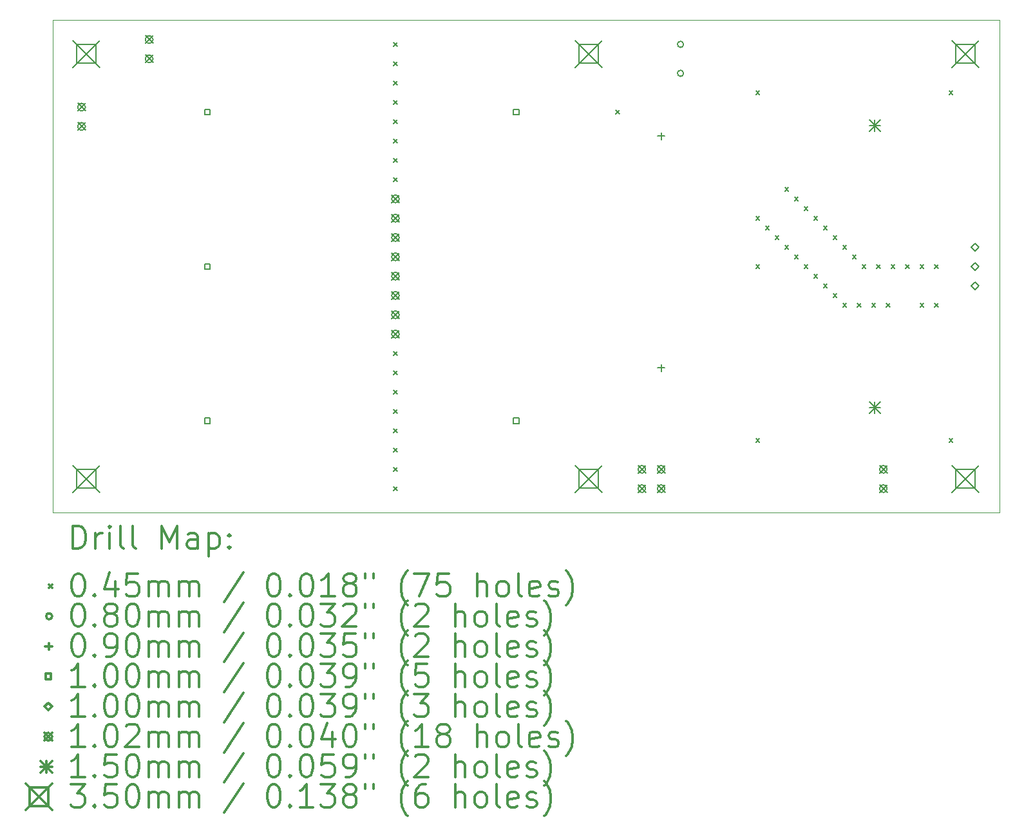
<source format=gbr>
%FSLAX45Y45*%
G04 Gerber Fmt 4.5, Leading zero omitted, Abs format (unit mm)*
G04 Created by KiCad (PCBNEW (after 2015-mar-04 BZR unknown)-product) date Mon 31 Oct 2016 03:55:28 PM CET*
%MOMM*%
G01*
G04 APERTURE LIST*
%ADD10C,0.127000*%
%ADD11C,0.100000*%
%ADD12C,0.200000*%
%ADD13C,0.300000*%
G04 APERTURE END LIST*
D10*
D11*
X5016500Y-11493500D02*
X5016500Y-5016500D01*
X17462500Y-11493500D02*
X5016500Y-11493500D01*
X17462500Y-5016500D02*
X17462500Y-11493500D01*
X5016500Y-5016500D02*
X17462500Y-5016500D01*
D12*
X9502500Y-5311500D02*
X9547500Y-5356500D01*
X9547500Y-5311500D02*
X9502500Y-5356500D01*
X9502500Y-5311500D02*
X9547500Y-5356500D01*
X9547500Y-5311500D02*
X9502500Y-5356500D01*
X9502500Y-5311500D02*
X9547500Y-5356500D01*
X9547500Y-5311500D02*
X9502500Y-5356500D01*
X9502500Y-5311500D02*
X9547500Y-5356500D01*
X9547500Y-5311500D02*
X9502500Y-5356500D01*
X9502500Y-5565500D02*
X9547500Y-5610500D01*
X9547500Y-5565500D02*
X9502500Y-5610500D01*
X9502500Y-5565500D02*
X9547500Y-5610500D01*
X9547500Y-5565500D02*
X9502500Y-5610500D01*
X9502500Y-5565500D02*
X9547500Y-5610500D01*
X9547500Y-5565500D02*
X9502500Y-5610500D01*
X9502500Y-5565500D02*
X9547500Y-5610500D01*
X9547500Y-5565500D02*
X9502500Y-5610500D01*
X9502500Y-5819500D02*
X9547500Y-5864500D01*
X9547500Y-5819500D02*
X9502500Y-5864500D01*
X9502500Y-5819500D02*
X9547500Y-5864500D01*
X9547500Y-5819500D02*
X9502500Y-5864500D01*
X9502500Y-5819500D02*
X9547500Y-5864500D01*
X9547500Y-5819500D02*
X9502500Y-5864500D01*
X9502500Y-5819500D02*
X9547500Y-5864500D01*
X9547500Y-5819500D02*
X9502500Y-5864500D01*
X9502500Y-6073500D02*
X9547500Y-6118500D01*
X9547500Y-6073500D02*
X9502500Y-6118500D01*
X9502500Y-6073500D02*
X9547500Y-6118500D01*
X9547500Y-6073500D02*
X9502500Y-6118500D01*
X9502500Y-6073500D02*
X9547500Y-6118500D01*
X9547500Y-6073500D02*
X9502500Y-6118500D01*
X9502500Y-6073500D02*
X9547500Y-6118500D01*
X9547500Y-6073500D02*
X9502500Y-6118500D01*
X9502500Y-6327500D02*
X9547500Y-6372500D01*
X9547500Y-6327500D02*
X9502500Y-6372500D01*
X9502500Y-6327500D02*
X9547500Y-6372500D01*
X9547500Y-6327500D02*
X9502500Y-6372500D01*
X9502500Y-6327500D02*
X9547500Y-6372500D01*
X9547500Y-6327500D02*
X9502500Y-6372500D01*
X9502500Y-6327500D02*
X9547500Y-6372500D01*
X9547500Y-6327500D02*
X9502500Y-6372500D01*
X9502500Y-6581500D02*
X9547500Y-6626500D01*
X9547500Y-6581500D02*
X9502500Y-6626500D01*
X9502500Y-6581500D02*
X9547500Y-6626500D01*
X9547500Y-6581500D02*
X9502500Y-6626500D01*
X9502500Y-6581500D02*
X9547500Y-6626500D01*
X9547500Y-6581500D02*
X9502500Y-6626500D01*
X9502500Y-6581500D02*
X9547500Y-6626500D01*
X9547500Y-6581500D02*
X9502500Y-6626500D01*
X9502500Y-6835500D02*
X9547500Y-6880500D01*
X9547500Y-6835500D02*
X9502500Y-6880500D01*
X9502500Y-6835500D02*
X9547500Y-6880500D01*
X9547500Y-6835500D02*
X9502500Y-6880500D01*
X9502500Y-6835500D02*
X9547500Y-6880500D01*
X9547500Y-6835500D02*
X9502500Y-6880500D01*
X9502500Y-6835500D02*
X9547500Y-6880500D01*
X9547500Y-6835500D02*
X9502500Y-6880500D01*
X9502500Y-7089500D02*
X9547500Y-7134500D01*
X9547500Y-7089500D02*
X9502500Y-7134500D01*
X9502500Y-7089500D02*
X9547500Y-7134500D01*
X9547500Y-7089500D02*
X9502500Y-7134500D01*
X9502500Y-7089500D02*
X9547500Y-7134500D01*
X9547500Y-7089500D02*
X9502500Y-7134500D01*
X9502500Y-7089500D02*
X9547500Y-7134500D01*
X9547500Y-7089500D02*
X9502500Y-7134500D01*
X9502500Y-9375500D02*
X9547500Y-9420500D01*
X9547500Y-9375500D02*
X9502500Y-9420500D01*
X9502500Y-9629500D02*
X9547500Y-9674500D01*
X9547500Y-9629500D02*
X9502500Y-9674500D01*
X9502500Y-9883500D02*
X9547500Y-9928500D01*
X9547500Y-9883500D02*
X9502500Y-9928500D01*
X9502500Y-10137500D02*
X9547500Y-10182500D01*
X9547500Y-10137500D02*
X9502500Y-10182500D01*
X9502500Y-10391500D02*
X9547500Y-10436500D01*
X9547500Y-10391500D02*
X9502500Y-10436500D01*
X9502500Y-10645500D02*
X9547500Y-10690500D01*
X9547500Y-10645500D02*
X9502500Y-10690500D01*
X9502500Y-10899500D02*
X9547500Y-10944500D01*
X9547500Y-10899500D02*
X9502500Y-10944500D01*
X9502500Y-11153500D02*
X9547500Y-11198500D01*
X9547500Y-11153500D02*
X9502500Y-11198500D01*
X12423500Y-6200500D02*
X12468500Y-6245500D01*
X12468500Y-6200500D02*
X12423500Y-6245500D01*
X14265000Y-5946500D02*
X14310000Y-5991500D01*
X14310000Y-5946500D02*
X14265000Y-5991500D01*
X14265000Y-7597500D02*
X14310000Y-7642500D01*
X14310000Y-7597500D02*
X14265000Y-7642500D01*
X14265000Y-8232500D02*
X14310000Y-8277500D01*
X14310000Y-8232500D02*
X14265000Y-8277500D01*
X14265000Y-10518500D02*
X14310000Y-10563500D01*
X14310000Y-10518500D02*
X14265000Y-10563500D01*
X14392000Y-7724500D02*
X14437000Y-7769500D01*
X14437000Y-7724500D02*
X14392000Y-7769500D01*
X14519000Y-7851500D02*
X14564000Y-7896500D01*
X14564000Y-7851500D02*
X14519000Y-7896500D01*
X14646000Y-7216500D02*
X14691000Y-7261500D01*
X14691000Y-7216500D02*
X14646000Y-7261500D01*
X14646000Y-7978500D02*
X14691000Y-8023500D01*
X14691000Y-7978500D02*
X14646000Y-8023500D01*
X14773000Y-7343500D02*
X14818000Y-7388500D01*
X14818000Y-7343500D02*
X14773000Y-7388500D01*
X14773000Y-8105500D02*
X14818000Y-8150500D01*
X14818000Y-8105500D02*
X14773000Y-8150500D01*
X14900000Y-7470500D02*
X14945000Y-7515500D01*
X14945000Y-7470500D02*
X14900000Y-7515500D01*
X14900000Y-8232500D02*
X14945000Y-8277500D01*
X14945000Y-8232500D02*
X14900000Y-8277500D01*
X15027000Y-7597500D02*
X15072000Y-7642500D01*
X15072000Y-7597500D02*
X15027000Y-7642500D01*
X15027000Y-8359500D02*
X15072000Y-8404500D01*
X15072000Y-8359500D02*
X15027000Y-8404500D01*
X15154000Y-7724500D02*
X15199000Y-7769500D01*
X15199000Y-7724500D02*
X15154000Y-7769500D01*
X15154000Y-8486500D02*
X15199000Y-8531500D01*
X15199000Y-8486500D02*
X15154000Y-8531500D01*
X15281000Y-7851500D02*
X15326000Y-7896500D01*
X15326000Y-7851500D02*
X15281000Y-7896500D01*
X15281000Y-8613500D02*
X15326000Y-8658500D01*
X15326000Y-8613500D02*
X15281000Y-8658500D01*
X15408000Y-7978500D02*
X15453000Y-8023500D01*
X15453000Y-7978500D02*
X15408000Y-8023500D01*
X15408000Y-8740500D02*
X15453000Y-8785500D01*
X15453000Y-8740500D02*
X15408000Y-8785500D01*
X15535000Y-8105500D02*
X15580000Y-8150500D01*
X15580000Y-8105500D02*
X15535000Y-8150500D01*
X15598500Y-8740500D02*
X15643500Y-8785500D01*
X15643500Y-8740500D02*
X15598500Y-8785500D01*
X15662000Y-8232500D02*
X15707000Y-8277500D01*
X15707000Y-8232500D02*
X15662000Y-8277500D01*
X15789000Y-8740500D02*
X15834000Y-8785500D01*
X15834000Y-8740500D02*
X15789000Y-8785500D01*
X15852500Y-8232500D02*
X15897500Y-8277500D01*
X15897500Y-8232500D02*
X15852500Y-8277500D01*
X15979500Y-8740500D02*
X16024500Y-8785500D01*
X16024500Y-8740500D02*
X15979500Y-8785500D01*
X16043000Y-8232500D02*
X16088000Y-8277500D01*
X16088000Y-8232500D02*
X16043000Y-8277500D01*
X16233500Y-8232500D02*
X16278500Y-8277500D01*
X16278500Y-8232500D02*
X16233500Y-8277500D01*
X16424000Y-8232500D02*
X16469000Y-8277500D01*
X16469000Y-8232500D02*
X16424000Y-8277500D01*
X16424000Y-8740500D02*
X16469000Y-8785500D01*
X16469000Y-8740500D02*
X16424000Y-8785500D01*
X16614500Y-8232500D02*
X16659500Y-8277500D01*
X16659500Y-8232500D02*
X16614500Y-8277500D01*
X16614500Y-8740500D02*
X16659500Y-8785500D01*
X16659500Y-8740500D02*
X16614500Y-8785500D01*
X16805000Y-5946500D02*
X16850000Y-5991500D01*
X16850000Y-5946500D02*
X16805000Y-5991500D01*
X16805000Y-10518500D02*
X16850000Y-10563500D01*
X16850000Y-10518500D02*
X16805000Y-10563500D01*
X13311505Y-5334000D02*
G75*
G03X13311505Y-5334000I-40005J0D01*
G01*
X13311505Y-5715000D02*
G75*
G03X13311505Y-5715000I-40005J0D01*
G01*
X13017500Y-6495500D02*
X13017500Y-6585500D01*
X12972500Y-6540500D02*
X13062500Y-6540500D01*
X13017500Y-9543500D02*
X13017500Y-9633500D01*
X12972500Y-9588500D02*
X13062500Y-9588500D01*
X7085856Y-6260356D02*
X7085856Y-6189644D01*
X7015144Y-6189644D01*
X7015144Y-6260356D01*
X7085856Y-6260356D01*
X7085856Y-8290356D02*
X7085856Y-8219644D01*
X7015144Y-8219644D01*
X7015144Y-8290356D01*
X7085856Y-8290356D01*
X7085856Y-10320356D02*
X7085856Y-10249644D01*
X7015144Y-10249644D01*
X7015144Y-10320356D01*
X7085856Y-10320356D01*
X11145856Y-6260356D02*
X11145856Y-6189644D01*
X11075144Y-6189644D01*
X11075144Y-6260356D01*
X11145856Y-6260356D01*
X11145856Y-10320356D02*
X11145856Y-10249644D01*
X11075144Y-10249644D01*
X11075144Y-10320356D01*
X11145856Y-10320356D01*
X17145000Y-8051038D02*
X17195038Y-8001000D01*
X17145000Y-7950962D01*
X17094962Y-8001000D01*
X17145000Y-8051038D01*
X17145000Y-8305038D02*
X17195038Y-8255000D01*
X17145000Y-8204962D01*
X17094962Y-8255000D01*
X17145000Y-8305038D01*
X17145000Y-8559038D02*
X17195038Y-8509000D01*
X17145000Y-8458962D01*
X17094962Y-8509000D01*
X17145000Y-8559038D01*
X5346700Y-6108700D02*
X5448300Y-6210300D01*
X5448300Y-6108700D02*
X5346700Y-6210300D01*
X5448300Y-6159500D02*
G75*
G03X5448300Y-6159500I-50800J0D01*
G01*
X5346700Y-6362700D02*
X5448300Y-6464300D01*
X5448300Y-6362700D02*
X5346700Y-6464300D01*
X5448300Y-6413500D02*
G75*
G03X5448300Y-6413500I-50800J0D01*
G01*
X6235700Y-5219700D02*
X6337300Y-5321300D01*
X6337300Y-5219700D02*
X6235700Y-5321300D01*
X6337300Y-5270500D02*
G75*
G03X6337300Y-5270500I-50800J0D01*
G01*
X6235700Y-5473700D02*
X6337300Y-5575300D01*
X6337300Y-5473700D02*
X6235700Y-5575300D01*
X6337300Y-5524500D02*
G75*
G03X6337300Y-5524500I-50800J0D01*
G01*
X9474200Y-7315200D02*
X9575800Y-7416800D01*
X9575800Y-7315200D02*
X9474200Y-7416800D01*
X9575800Y-7366000D02*
G75*
G03X9575800Y-7366000I-50800J0D01*
G01*
X9474200Y-7569200D02*
X9575800Y-7670800D01*
X9575800Y-7569200D02*
X9474200Y-7670800D01*
X9575800Y-7620000D02*
G75*
G03X9575800Y-7620000I-50800J0D01*
G01*
X9474200Y-7823200D02*
X9575800Y-7924800D01*
X9575800Y-7823200D02*
X9474200Y-7924800D01*
X9575800Y-7874000D02*
G75*
G03X9575800Y-7874000I-50800J0D01*
G01*
X9474200Y-8077200D02*
X9575800Y-8178800D01*
X9575800Y-8077200D02*
X9474200Y-8178800D01*
X9575800Y-8128000D02*
G75*
G03X9575800Y-8128000I-50800J0D01*
G01*
X9474200Y-8331200D02*
X9575800Y-8432800D01*
X9575800Y-8331200D02*
X9474200Y-8432800D01*
X9575800Y-8382000D02*
G75*
G03X9575800Y-8382000I-50800J0D01*
G01*
X9474200Y-8585200D02*
X9575800Y-8686800D01*
X9575800Y-8585200D02*
X9474200Y-8686800D01*
X9575800Y-8636000D02*
G75*
G03X9575800Y-8636000I-50800J0D01*
G01*
X9474200Y-8839200D02*
X9575800Y-8940800D01*
X9575800Y-8839200D02*
X9474200Y-8940800D01*
X9575800Y-8890000D02*
G75*
G03X9575800Y-8890000I-50800J0D01*
G01*
X9474200Y-9093200D02*
X9575800Y-9194800D01*
X9575800Y-9093200D02*
X9474200Y-9194800D01*
X9575800Y-9144000D02*
G75*
G03X9575800Y-9144000I-50800J0D01*
G01*
X12712700Y-10871200D02*
X12814300Y-10972800D01*
X12814300Y-10871200D02*
X12712700Y-10972800D01*
X12814300Y-10922000D02*
G75*
G03X12814300Y-10922000I-50800J0D01*
G01*
X12712700Y-11125200D02*
X12814300Y-11226800D01*
X12814300Y-11125200D02*
X12712700Y-11226800D01*
X12814300Y-11176000D02*
G75*
G03X12814300Y-11176000I-50800J0D01*
G01*
X12966700Y-10871200D02*
X13068300Y-10972800D01*
X13068300Y-10871200D02*
X12966700Y-10972800D01*
X13068300Y-10922000D02*
G75*
G03X13068300Y-10922000I-50800J0D01*
G01*
X12966700Y-11125200D02*
X13068300Y-11226800D01*
X13068300Y-11125200D02*
X12966700Y-11226800D01*
X13068300Y-11176000D02*
G75*
G03X13068300Y-11176000I-50800J0D01*
G01*
X15887700Y-10871200D02*
X15989300Y-10972800D01*
X15989300Y-10871200D02*
X15887700Y-10972800D01*
X15989300Y-10922000D02*
G75*
G03X15989300Y-10922000I-50800J0D01*
G01*
X15887700Y-11125200D02*
X15989300Y-11226800D01*
X15989300Y-11125200D02*
X15887700Y-11226800D01*
X15989300Y-11176000D02*
G75*
G03X15989300Y-11176000I-50800J0D01*
G01*
X15752500Y-6325000D02*
X15902500Y-6475000D01*
X15902500Y-6325000D02*
X15752500Y-6475000D01*
X15827500Y-6325000D02*
X15827500Y-6475000D01*
X15752500Y-6400000D02*
X15902500Y-6400000D01*
X15752500Y-10035000D02*
X15902500Y-10185000D01*
X15902500Y-10035000D02*
X15752500Y-10185000D01*
X15827500Y-10035000D02*
X15827500Y-10185000D01*
X15752500Y-10110000D02*
X15902500Y-10110000D01*
X5285994Y-5285994D02*
X5636006Y-5636006D01*
X5636006Y-5285994D02*
X5285994Y-5636006D01*
X5584749Y-5584749D02*
X5584749Y-5337251D01*
X5337251Y-5337251D01*
X5337251Y-5584749D01*
X5584749Y-5584749D01*
X5285994Y-10873994D02*
X5636006Y-11224006D01*
X5636006Y-10873994D02*
X5285994Y-11224006D01*
X5584749Y-11172749D02*
X5584749Y-10925251D01*
X5337251Y-10925251D01*
X5337251Y-11172749D01*
X5584749Y-11172749D01*
X11889994Y-5285994D02*
X12240006Y-5636006D01*
X12240006Y-5285994D02*
X11889994Y-5636006D01*
X12188749Y-5584749D02*
X12188749Y-5337251D01*
X11941251Y-5337251D01*
X11941251Y-5584749D01*
X12188749Y-5584749D01*
X11889994Y-10873994D02*
X12240006Y-11224006D01*
X12240006Y-10873994D02*
X11889994Y-11224006D01*
X12188749Y-11172749D02*
X12188749Y-10925251D01*
X11941251Y-10925251D01*
X11941251Y-11172749D01*
X12188749Y-11172749D01*
X16842994Y-5285994D02*
X17193006Y-5636006D01*
X17193006Y-5285994D02*
X16842994Y-5636006D01*
X17141749Y-5584749D02*
X17141749Y-5337251D01*
X16894251Y-5337251D01*
X16894251Y-5584749D01*
X17141749Y-5584749D01*
X16842994Y-10873994D02*
X17193006Y-11224006D01*
X17193006Y-10873994D02*
X16842994Y-11224006D01*
X17141749Y-11172749D02*
X17141749Y-10925251D01*
X16894251Y-10925251D01*
X16894251Y-11172749D01*
X17141749Y-11172749D01*
D13*
X5282929Y-11964214D02*
X5282929Y-11664214D01*
X5354357Y-11664214D01*
X5397214Y-11678500D01*
X5425786Y-11707071D01*
X5440071Y-11735643D01*
X5454357Y-11792786D01*
X5454357Y-11835643D01*
X5440071Y-11892786D01*
X5425786Y-11921357D01*
X5397214Y-11949929D01*
X5354357Y-11964214D01*
X5282929Y-11964214D01*
X5582929Y-11964214D02*
X5582929Y-11764214D01*
X5582929Y-11821357D02*
X5597214Y-11792786D01*
X5611500Y-11778500D01*
X5640071Y-11764214D01*
X5668643Y-11764214D01*
X5768643Y-11964214D02*
X5768643Y-11764214D01*
X5768643Y-11664214D02*
X5754357Y-11678500D01*
X5768643Y-11692786D01*
X5782928Y-11678500D01*
X5768643Y-11664214D01*
X5768643Y-11692786D01*
X5954357Y-11964214D02*
X5925786Y-11949929D01*
X5911500Y-11921357D01*
X5911500Y-11664214D01*
X6111500Y-11964214D02*
X6082928Y-11949929D01*
X6068643Y-11921357D01*
X6068643Y-11664214D01*
X6454357Y-11964214D02*
X6454357Y-11664214D01*
X6554357Y-11878500D01*
X6654357Y-11664214D01*
X6654357Y-11964214D01*
X6925786Y-11964214D02*
X6925786Y-11807071D01*
X6911500Y-11778500D01*
X6882928Y-11764214D01*
X6825786Y-11764214D01*
X6797214Y-11778500D01*
X6925786Y-11949929D02*
X6897214Y-11964214D01*
X6825786Y-11964214D01*
X6797214Y-11949929D01*
X6782928Y-11921357D01*
X6782928Y-11892786D01*
X6797214Y-11864214D01*
X6825786Y-11849929D01*
X6897214Y-11849929D01*
X6925786Y-11835643D01*
X7068643Y-11764214D02*
X7068643Y-12064214D01*
X7068643Y-11778500D02*
X7097214Y-11764214D01*
X7154357Y-11764214D01*
X7182928Y-11778500D01*
X7197214Y-11792786D01*
X7211500Y-11821357D01*
X7211500Y-11907071D01*
X7197214Y-11935643D01*
X7182928Y-11949929D01*
X7154357Y-11964214D01*
X7097214Y-11964214D01*
X7068643Y-11949929D01*
X7340071Y-11935643D02*
X7354357Y-11949929D01*
X7340071Y-11964214D01*
X7325786Y-11949929D01*
X7340071Y-11935643D01*
X7340071Y-11964214D01*
X7340071Y-11778500D02*
X7354357Y-11792786D01*
X7340071Y-11807071D01*
X7325786Y-11792786D01*
X7340071Y-11778500D01*
X7340071Y-11807071D01*
X4966500Y-12436000D02*
X5011500Y-12481000D01*
X5011500Y-12436000D02*
X4966500Y-12481000D01*
X5340071Y-12294214D02*
X5368643Y-12294214D01*
X5397214Y-12308500D01*
X5411500Y-12322786D01*
X5425786Y-12351357D01*
X5440071Y-12408500D01*
X5440071Y-12479929D01*
X5425786Y-12537071D01*
X5411500Y-12565643D01*
X5397214Y-12579929D01*
X5368643Y-12594214D01*
X5340071Y-12594214D01*
X5311500Y-12579929D01*
X5297214Y-12565643D01*
X5282929Y-12537071D01*
X5268643Y-12479929D01*
X5268643Y-12408500D01*
X5282929Y-12351357D01*
X5297214Y-12322786D01*
X5311500Y-12308500D01*
X5340071Y-12294214D01*
X5568643Y-12565643D02*
X5582929Y-12579929D01*
X5568643Y-12594214D01*
X5554357Y-12579929D01*
X5568643Y-12565643D01*
X5568643Y-12594214D01*
X5840071Y-12394214D02*
X5840071Y-12594214D01*
X5768643Y-12279929D02*
X5697214Y-12494214D01*
X5882928Y-12494214D01*
X6140071Y-12294214D02*
X5997214Y-12294214D01*
X5982928Y-12437071D01*
X5997214Y-12422786D01*
X6025786Y-12408500D01*
X6097214Y-12408500D01*
X6125786Y-12422786D01*
X6140071Y-12437071D01*
X6154357Y-12465643D01*
X6154357Y-12537071D01*
X6140071Y-12565643D01*
X6125786Y-12579929D01*
X6097214Y-12594214D01*
X6025786Y-12594214D01*
X5997214Y-12579929D01*
X5982928Y-12565643D01*
X6282928Y-12594214D02*
X6282928Y-12394214D01*
X6282928Y-12422786D02*
X6297214Y-12408500D01*
X6325786Y-12394214D01*
X6368643Y-12394214D01*
X6397214Y-12408500D01*
X6411500Y-12437071D01*
X6411500Y-12594214D01*
X6411500Y-12437071D02*
X6425786Y-12408500D01*
X6454357Y-12394214D01*
X6497214Y-12394214D01*
X6525786Y-12408500D01*
X6540071Y-12437071D01*
X6540071Y-12594214D01*
X6682928Y-12594214D02*
X6682928Y-12394214D01*
X6682928Y-12422786D02*
X6697214Y-12408500D01*
X6725786Y-12394214D01*
X6768643Y-12394214D01*
X6797214Y-12408500D01*
X6811500Y-12437071D01*
X6811500Y-12594214D01*
X6811500Y-12437071D02*
X6825786Y-12408500D01*
X6854357Y-12394214D01*
X6897214Y-12394214D01*
X6925786Y-12408500D01*
X6940071Y-12437071D01*
X6940071Y-12594214D01*
X7525786Y-12279929D02*
X7268643Y-12665643D01*
X7911500Y-12294214D02*
X7940071Y-12294214D01*
X7968643Y-12308500D01*
X7982928Y-12322786D01*
X7997214Y-12351357D01*
X8011500Y-12408500D01*
X8011500Y-12479929D01*
X7997214Y-12537071D01*
X7982928Y-12565643D01*
X7968643Y-12579929D01*
X7940071Y-12594214D01*
X7911500Y-12594214D01*
X7882928Y-12579929D01*
X7868643Y-12565643D01*
X7854357Y-12537071D01*
X7840071Y-12479929D01*
X7840071Y-12408500D01*
X7854357Y-12351357D01*
X7868643Y-12322786D01*
X7882928Y-12308500D01*
X7911500Y-12294214D01*
X8140071Y-12565643D02*
X8154357Y-12579929D01*
X8140071Y-12594214D01*
X8125786Y-12579929D01*
X8140071Y-12565643D01*
X8140071Y-12594214D01*
X8340071Y-12294214D02*
X8368643Y-12294214D01*
X8397214Y-12308500D01*
X8411500Y-12322786D01*
X8425786Y-12351357D01*
X8440071Y-12408500D01*
X8440071Y-12479929D01*
X8425786Y-12537071D01*
X8411500Y-12565643D01*
X8397214Y-12579929D01*
X8368643Y-12594214D01*
X8340071Y-12594214D01*
X8311500Y-12579929D01*
X8297214Y-12565643D01*
X8282928Y-12537071D01*
X8268643Y-12479929D01*
X8268643Y-12408500D01*
X8282928Y-12351357D01*
X8297214Y-12322786D01*
X8311500Y-12308500D01*
X8340071Y-12294214D01*
X8725786Y-12594214D02*
X8554357Y-12594214D01*
X8640071Y-12594214D02*
X8640071Y-12294214D01*
X8611500Y-12337071D01*
X8582928Y-12365643D01*
X8554357Y-12379929D01*
X8897214Y-12422786D02*
X8868643Y-12408500D01*
X8854357Y-12394214D01*
X8840071Y-12365643D01*
X8840071Y-12351357D01*
X8854357Y-12322786D01*
X8868643Y-12308500D01*
X8897214Y-12294214D01*
X8954357Y-12294214D01*
X8982928Y-12308500D01*
X8997214Y-12322786D01*
X9011500Y-12351357D01*
X9011500Y-12365643D01*
X8997214Y-12394214D01*
X8982928Y-12408500D01*
X8954357Y-12422786D01*
X8897214Y-12422786D01*
X8868643Y-12437071D01*
X8854357Y-12451357D01*
X8840071Y-12479929D01*
X8840071Y-12537071D01*
X8854357Y-12565643D01*
X8868643Y-12579929D01*
X8897214Y-12594214D01*
X8954357Y-12594214D01*
X8982928Y-12579929D01*
X8997214Y-12565643D01*
X9011500Y-12537071D01*
X9011500Y-12479929D01*
X8997214Y-12451357D01*
X8982928Y-12437071D01*
X8954357Y-12422786D01*
X9125786Y-12294214D02*
X9125786Y-12351357D01*
X9240071Y-12294214D02*
X9240071Y-12351357D01*
X9682928Y-12708500D02*
X9668643Y-12694214D01*
X9640071Y-12651357D01*
X9625786Y-12622786D01*
X9611500Y-12579929D01*
X9597214Y-12508500D01*
X9597214Y-12451357D01*
X9611500Y-12379929D01*
X9625786Y-12337071D01*
X9640071Y-12308500D01*
X9668643Y-12265643D01*
X9682928Y-12251357D01*
X9768643Y-12294214D02*
X9968643Y-12294214D01*
X9840071Y-12594214D01*
X10225786Y-12294214D02*
X10082928Y-12294214D01*
X10068643Y-12437071D01*
X10082928Y-12422786D01*
X10111500Y-12408500D01*
X10182928Y-12408500D01*
X10211500Y-12422786D01*
X10225786Y-12437071D01*
X10240071Y-12465643D01*
X10240071Y-12537071D01*
X10225786Y-12565643D01*
X10211500Y-12579929D01*
X10182928Y-12594214D01*
X10111500Y-12594214D01*
X10082928Y-12579929D01*
X10068643Y-12565643D01*
X10597214Y-12594214D02*
X10597214Y-12294214D01*
X10725786Y-12594214D02*
X10725786Y-12437071D01*
X10711500Y-12408500D01*
X10682928Y-12394214D01*
X10640071Y-12394214D01*
X10611500Y-12408500D01*
X10597214Y-12422786D01*
X10911500Y-12594214D02*
X10882928Y-12579929D01*
X10868643Y-12565643D01*
X10854357Y-12537071D01*
X10854357Y-12451357D01*
X10868643Y-12422786D01*
X10882928Y-12408500D01*
X10911500Y-12394214D01*
X10954357Y-12394214D01*
X10982928Y-12408500D01*
X10997214Y-12422786D01*
X11011500Y-12451357D01*
X11011500Y-12537071D01*
X10997214Y-12565643D01*
X10982928Y-12579929D01*
X10954357Y-12594214D01*
X10911500Y-12594214D01*
X11182928Y-12594214D02*
X11154357Y-12579929D01*
X11140071Y-12551357D01*
X11140071Y-12294214D01*
X11411500Y-12579929D02*
X11382928Y-12594214D01*
X11325786Y-12594214D01*
X11297214Y-12579929D01*
X11282928Y-12551357D01*
X11282928Y-12437071D01*
X11297214Y-12408500D01*
X11325786Y-12394214D01*
X11382928Y-12394214D01*
X11411500Y-12408500D01*
X11425786Y-12437071D01*
X11425786Y-12465643D01*
X11282928Y-12494214D01*
X11540071Y-12579929D02*
X11568643Y-12594214D01*
X11625786Y-12594214D01*
X11654357Y-12579929D01*
X11668643Y-12551357D01*
X11668643Y-12537071D01*
X11654357Y-12508500D01*
X11625786Y-12494214D01*
X11582928Y-12494214D01*
X11554357Y-12479929D01*
X11540071Y-12451357D01*
X11540071Y-12437071D01*
X11554357Y-12408500D01*
X11582928Y-12394214D01*
X11625786Y-12394214D01*
X11654357Y-12408500D01*
X11768643Y-12708500D02*
X11782928Y-12694214D01*
X11811500Y-12651357D01*
X11825786Y-12622786D01*
X11840071Y-12579929D01*
X11854357Y-12508500D01*
X11854357Y-12451357D01*
X11840071Y-12379929D01*
X11825786Y-12337071D01*
X11811500Y-12308500D01*
X11782928Y-12265643D01*
X11768643Y-12251357D01*
X5011500Y-12854500D02*
G75*
G03X5011500Y-12854500I-40005J0D01*
G01*
X5340071Y-12690214D02*
X5368643Y-12690214D01*
X5397214Y-12704500D01*
X5411500Y-12718786D01*
X5425786Y-12747357D01*
X5440071Y-12804500D01*
X5440071Y-12875929D01*
X5425786Y-12933071D01*
X5411500Y-12961643D01*
X5397214Y-12975929D01*
X5368643Y-12990214D01*
X5340071Y-12990214D01*
X5311500Y-12975929D01*
X5297214Y-12961643D01*
X5282929Y-12933071D01*
X5268643Y-12875929D01*
X5268643Y-12804500D01*
X5282929Y-12747357D01*
X5297214Y-12718786D01*
X5311500Y-12704500D01*
X5340071Y-12690214D01*
X5568643Y-12961643D02*
X5582929Y-12975929D01*
X5568643Y-12990214D01*
X5554357Y-12975929D01*
X5568643Y-12961643D01*
X5568643Y-12990214D01*
X5754357Y-12818786D02*
X5725786Y-12804500D01*
X5711500Y-12790214D01*
X5697214Y-12761643D01*
X5697214Y-12747357D01*
X5711500Y-12718786D01*
X5725786Y-12704500D01*
X5754357Y-12690214D01*
X5811500Y-12690214D01*
X5840071Y-12704500D01*
X5854357Y-12718786D01*
X5868643Y-12747357D01*
X5868643Y-12761643D01*
X5854357Y-12790214D01*
X5840071Y-12804500D01*
X5811500Y-12818786D01*
X5754357Y-12818786D01*
X5725786Y-12833071D01*
X5711500Y-12847357D01*
X5697214Y-12875929D01*
X5697214Y-12933071D01*
X5711500Y-12961643D01*
X5725786Y-12975929D01*
X5754357Y-12990214D01*
X5811500Y-12990214D01*
X5840071Y-12975929D01*
X5854357Y-12961643D01*
X5868643Y-12933071D01*
X5868643Y-12875929D01*
X5854357Y-12847357D01*
X5840071Y-12833071D01*
X5811500Y-12818786D01*
X6054357Y-12690214D02*
X6082928Y-12690214D01*
X6111500Y-12704500D01*
X6125786Y-12718786D01*
X6140071Y-12747357D01*
X6154357Y-12804500D01*
X6154357Y-12875929D01*
X6140071Y-12933071D01*
X6125786Y-12961643D01*
X6111500Y-12975929D01*
X6082928Y-12990214D01*
X6054357Y-12990214D01*
X6025786Y-12975929D01*
X6011500Y-12961643D01*
X5997214Y-12933071D01*
X5982928Y-12875929D01*
X5982928Y-12804500D01*
X5997214Y-12747357D01*
X6011500Y-12718786D01*
X6025786Y-12704500D01*
X6054357Y-12690214D01*
X6282928Y-12990214D02*
X6282928Y-12790214D01*
X6282928Y-12818786D02*
X6297214Y-12804500D01*
X6325786Y-12790214D01*
X6368643Y-12790214D01*
X6397214Y-12804500D01*
X6411500Y-12833071D01*
X6411500Y-12990214D01*
X6411500Y-12833071D02*
X6425786Y-12804500D01*
X6454357Y-12790214D01*
X6497214Y-12790214D01*
X6525786Y-12804500D01*
X6540071Y-12833071D01*
X6540071Y-12990214D01*
X6682928Y-12990214D02*
X6682928Y-12790214D01*
X6682928Y-12818786D02*
X6697214Y-12804500D01*
X6725786Y-12790214D01*
X6768643Y-12790214D01*
X6797214Y-12804500D01*
X6811500Y-12833071D01*
X6811500Y-12990214D01*
X6811500Y-12833071D02*
X6825786Y-12804500D01*
X6854357Y-12790214D01*
X6897214Y-12790214D01*
X6925786Y-12804500D01*
X6940071Y-12833071D01*
X6940071Y-12990214D01*
X7525786Y-12675929D02*
X7268643Y-13061643D01*
X7911500Y-12690214D02*
X7940071Y-12690214D01*
X7968643Y-12704500D01*
X7982928Y-12718786D01*
X7997214Y-12747357D01*
X8011500Y-12804500D01*
X8011500Y-12875929D01*
X7997214Y-12933071D01*
X7982928Y-12961643D01*
X7968643Y-12975929D01*
X7940071Y-12990214D01*
X7911500Y-12990214D01*
X7882928Y-12975929D01*
X7868643Y-12961643D01*
X7854357Y-12933071D01*
X7840071Y-12875929D01*
X7840071Y-12804500D01*
X7854357Y-12747357D01*
X7868643Y-12718786D01*
X7882928Y-12704500D01*
X7911500Y-12690214D01*
X8140071Y-12961643D02*
X8154357Y-12975929D01*
X8140071Y-12990214D01*
X8125786Y-12975929D01*
X8140071Y-12961643D01*
X8140071Y-12990214D01*
X8340071Y-12690214D02*
X8368643Y-12690214D01*
X8397214Y-12704500D01*
X8411500Y-12718786D01*
X8425786Y-12747357D01*
X8440071Y-12804500D01*
X8440071Y-12875929D01*
X8425786Y-12933071D01*
X8411500Y-12961643D01*
X8397214Y-12975929D01*
X8368643Y-12990214D01*
X8340071Y-12990214D01*
X8311500Y-12975929D01*
X8297214Y-12961643D01*
X8282928Y-12933071D01*
X8268643Y-12875929D01*
X8268643Y-12804500D01*
X8282928Y-12747357D01*
X8297214Y-12718786D01*
X8311500Y-12704500D01*
X8340071Y-12690214D01*
X8540071Y-12690214D02*
X8725786Y-12690214D01*
X8625786Y-12804500D01*
X8668643Y-12804500D01*
X8697214Y-12818786D01*
X8711500Y-12833071D01*
X8725786Y-12861643D01*
X8725786Y-12933071D01*
X8711500Y-12961643D01*
X8697214Y-12975929D01*
X8668643Y-12990214D01*
X8582928Y-12990214D01*
X8554357Y-12975929D01*
X8540071Y-12961643D01*
X8840071Y-12718786D02*
X8854357Y-12704500D01*
X8882928Y-12690214D01*
X8954357Y-12690214D01*
X8982928Y-12704500D01*
X8997214Y-12718786D01*
X9011500Y-12747357D01*
X9011500Y-12775929D01*
X8997214Y-12818786D01*
X8825786Y-12990214D01*
X9011500Y-12990214D01*
X9125786Y-12690214D02*
X9125786Y-12747357D01*
X9240071Y-12690214D02*
X9240071Y-12747357D01*
X9682928Y-13104500D02*
X9668643Y-13090214D01*
X9640071Y-13047357D01*
X9625786Y-13018786D01*
X9611500Y-12975929D01*
X9597214Y-12904500D01*
X9597214Y-12847357D01*
X9611500Y-12775929D01*
X9625786Y-12733071D01*
X9640071Y-12704500D01*
X9668643Y-12661643D01*
X9682928Y-12647357D01*
X9782928Y-12718786D02*
X9797214Y-12704500D01*
X9825786Y-12690214D01*
X9897214Y-12690214D01*
X9925786Y-12704500D01*
X9940071Y-12718786D01*
X9954357Y-12747357D01*
X9954357Y-12775929D01*
X9940071Y-12818786D01*
X9768643Y-12990214D01*
X9954357Y-12990214D01*
X10311500Y-12990214D02*
X10311500Y-12690214D01*
X10440071Y-12990214D02*
X10440071Y-12833071D01*
X10425786Y-12804500D01*
X10397214Y-12790214D01*
X10354357Y-12790214D01*
X10325786Y-12804500D01*
X10311500Y-12818786D01*
X10625786Y-12990214D02*
X10597214Y-12975929D01*
X10582928Y-12961643D01*
X10568643Y-12933071D01*
X10568643Y-12847357D01*
X10582928Y-12818786D01*
X10597214Y-12804500D01*
X10625786Y-12790214D01*
X10668643Y-12790214D01*
X10697214Y-12804500D01*
X10711500Y-12818786D01*
X10725786Y-12847357D01*
X10725786Y-12933071D01*
X10711500Y-12961643D01*
X10697214Y-12975929D01*
X10668643Y-12990214D01*
X10625786Y-12990214D01*
X10897214Y-12990214D02*
X10868643Y-12975929D01*
X10854357Y-12947357D01*
X10854357Y-12690214D01*
X11125786Y-12975929D02*
X11097214Y-12990214D01*
X11040071Y-12990214D01*
X11011500Y-12975929D01*
X10997214Y-12947357D01*
X10997214Y-12833071D01*
X11011500Y-12804500D01*
X11040071Y-12790214D01*
X11097214Y-12790214D01*
X11125786Y-12804500D01*
X11140071Y-12833071D01*
X11140071Y-12861643D01*
X10997214Y-12890214D01*
X11254357Y-12975929D02*
X11282928Y-12990214D01*
X11340071Y-12990214D01*
X11368643Y-12975929D01*
X11382928Y-12947357D01*
X11382928Y-12933071D01*
X11368643Y-12904500D01*
X11340071Y-12890214D01*
X11297214Y-12890214D01*
X11268643Y-12875929D01*
X11254357Y-12847357D01*
X11254357Y-12833071D01*
X11268643Y-12804500D01*
X11297214Y-12790214D01*
X11340071Y-12790214D01*
X11368643Y-12804500D01*
X11482928Y-13104500D02*
X11497214Y-13090214D01*
X11525786Y-13047357D01*
X11540071Y-13018786D01*
X11554357Y-12975929D01*
X11568643Y-12904500D01*
X11568643Y-12847357D01*
X11554357Y-12775929D01*
X11540071Y-12733071D01*
X11525786Y-12704500D01*
X11497214Y-12661643D01*
X11482928Y-12647357D01*
X4966500Y-13205500D02*
X4966500Y-13295500D01*
X4921500Y-13250500D02*
X5011500Y-13250500D01*
X5340071Y-13086214D02*
X5368643Y-13086214D01*
X5397214Y-13100500D01*
X5411500Y-13114786D01*
X5425786Y-13143357D01*
X5440071Y-13200500D01*
X5440071Y-13271929D01*
X5425786Y-13329071D01*
X5411500Y-13357643D01*
X5397214Y-13371929D01*
X5368643Y-13386214D01*
X5340071Y-13386214D01*
X5311500Y-13371929D01*
X5297214Y-13357643D01*
X5282929Y-13329071D01*
X5268643Y-13271929D01*
X5268643Y-13200500D01*
X5282929Y-13143357D01*
X5297214Y-13114786D01*
X5311500Y-13100500D01*
X5340071Y-13086214D01*
X5568643Y-13357643D02*
X5582929Y-13371929D01*
X5568643Y-13386214D01*
X5554357Y-13371929D01*
X5568643Y-13357643D01*
X5568643Y-13386214D01*
X5725786Y-13386214D02*
X5782928Y-13386214D01*
X5811500Y-13371929D01*
X5825786Y-13357643D01*
X5854357Y-13314786D01*
X5868643Y-13257643D01*
X5868643Y-13143357D01*
X5854357Y-13114786D01*
X5840071Y-13100500D01*
X5811500Y-13086214D01*
X5754357Y-13086214D01*
X5725786Y-13100500D01*
X5711500Y-13114786D01*
X5697214Y-13143357D01*
X5697214Y-13214786D01*
X5711500Y-13243357D01*
X5725786Y-13257643D01*
X5754357Y-13271929D01*
X5811500Y-13271929D01*
X5840071Y-13257643D01*
X5854357Y-13243357D01*
X5868643Y-13214786D01*
X6054357Y-13086214D02*
X6082928Y-13086214D01*
X6111500Y-13100500D01*
X6125786Y-13114786D01*
X6140071Y-13143357D01*
X6154357Y-13200500D01*
X6154357Y-13271929D01*
X6140071Y-13329071D01*
X6125786Y-13357643D01*
X6111500Y-13371929D01*
X6082928Y-13386214D01*
X6054357Y-13386214D01*
X6025786Y-13371929D01*
X6011500Y-13357643D01*
X5997214Y-13329071D01*
X5982928Y-13271929D01*
X5982928Y-13200500D01*
X5997214Y-13143357D01*
X6011500Y-13114786D01*
X6025786Y-13100500D01*
X6054357Y-13086214D01*
X6282928Y-13386214D02*
X6282928Y-13186214D01*
X6282928Y-13214786D02*
X6297214Y-13200500D01*
X6325786Y-13186214D01*
X6368643Y-13186214D01*
X6397214Y-13200500D01*
X6411500Y-13229071D01*
X6411500Y-13386214D01*
X6411500Y-13229071D02*
X6425786Y-13200500D01*
X6454357Y-13186214D01*
X6497214Y-13186214D01*
X6525786Y-13200500D01*
X6540071Y-13229071D01*
X6540071Y-13386214D01*
X6682928Y-13386214D02*
X6682928Y-13186214D01*
X6682928Y-13214786D02*
X6697214Y-13200500D01*
X6725786Y-13186214D01*
X6768643Y-13186214D01*
X6797214Y-13200500D01*
X6811500Y-13229071D01*
X6811500Y-13386214D01*
X6811500Y-13229071D02*
X6825786Y-13200500D01*
X6854357Y-13186214D01*
X6897214Y-13186214D01*
X6925786Y-13200500D01*
X6940071Y-13229071D01*
X6940071Y-13386214D01*
X7525786Y-13071929D02*
X7268643Y-13457643D01*
X7911500Y-13086214D02*
X7940071Y-13086214D01*
X7968643Y-13100500D01*
X7982928Y-13114786D01*
X7997214Y-13143357D01*
X8011500Y-13200500D01*
X8011500Y-13271929D01*
X7997214Y-13329071D01*
X7982928Y-13357643D01*
X7968643Y-13371929D01*
X7940071Y-13386214D01*
X7911500Y-13386214D01*
X7882928Y-13371929D01*
X7868643Y-13357643D01*
X7854357Y-13329071D01*
X7840071Y-13271929D01*
X7840071Y-13200500D01*
X7854357Y-13143357D01*
X7868643Y-13114786D01*
X7882928Y-13100500D01*
X7911500Y-13086214D01*
X8140071Y-13357643D02*
X8154357Y-13371929D01*
X8140071Y-13386214D01*
X8125786Y-13371929D01*
X8140071Y-13357643D01*
X8140071Y-13386214D01*
X8340071Y-13086214D02*
X8368643Y-13086214D01*
X8397214Y-13100500D01*
X8411500Y-13114786D01*
X8425786Y-13143357D01*
X8440071Y-13200500D01*
X8440071Y-13271929D01*
X8425786Y-13329071D01*
X8411500Y-13357643D01*
X8397214Y-13371929D01*
X8368643Y-13386214D01*
X8340071Y-13386214D01*
X8311500Y-13371929D01*
X8297214Y-13357643D01*
X8282928Y-13329071D01*
X8268643Y-13271929D01*
X8268643Y-13200500D01*
X8282928Y-13143357D01*
X8297214Y-13114786D01*
X8311500Y-13100500D01*
X8340071Y-13086214D01*
X8540071Y-13086214D02*
X8725786Y-13086214D01*
X8625786Y-13200500D01*
X8668643Y-13200500D01*
X8697214Y-13214786D01*
X8711500Y-13229071D01*
X8725786Y-13257643D01*
X8725786Y-13329071D01*
X8711500Y-13357643D01*
X8697214Y-13371929D01*
X8668643Y-13386214D01*
X8582928Y-13386214D01*
X8554357Y-13371929D01*
X8540071Y-13357643D01*
X8997214Y-13086214D02*
X8854357Y-13086214D01*
X8840071Y-13229071D01*
X8854357Y-13214786D01*
X8882928Y-13200500D01*
X8954357Y-13200500D01*
X8982928Y-13214786D01*
X8997214Y-13229071D01*
X9011500Y-13257643D01*
X9011500Y-13329071D01*
X8997214Y-13357643D01*
X8982928Y-13371929D01*
X8954357Y-13386214D01*
X8882928Y-13386214D01*
X8854357Y-13371929D01*
X8840071Y-13357643D01*
X9125786Y-13086214D02*
X9125786Y-13143357D01*
X9240071Y-13086214D02*
X9240071Y-13143357D01*
X9682928Y-13500500D02*
X9668643Y-13486214D01*
X9640071Y-13443357D01*
X9625786Y-13414786D01*
X9611500Y-13371929D01*
X9597214Y-13300500D01*
X9597214Y-13243357D01*
X9611500Y-13171929D01*
X9625786Y-13129071D01*
X9640071Y-13100500D01*
X9668643Y-13057643D01*
X9682928Y-13043357D01*
X9782928Y-13114786D02*
X9797214Y-13100500D01*
X9825786Y-13086214D01*
X9897214Y-13086214D01*
X9925786Y-13100500D01*
X9940071Y-13114786D01*
X9954357Y-13143357D01*
X9954357Y-13171929D01*
X9940071Y-13214786D01*
X9768643Y-13386214D01*
X9954357Y-13386214D01*
X10311500Y-13386214D02*
X10311500Y-13086214D01*
X10440071Y-13386214D02*
X10440071Y-13229071D01*
X10425786Y-13200500D01*
X10397214Y-13186214D01*
X10354357Y-13186214D01*
X10325786Y-13200500D01*
X10311500Y-13214786D01*
X10625786Y-13386214D02*
X10597214Y-13371929D01*
X10582928Y-13357643D01*
X10568643Y-13329071D01*
X10568643Y-13243357D01*
X10582928Y-13214786D01*
X10597214Y-13200500D01*
X10625786Y-13186214D01*
X10668643Y-13186214D01*
X10697214Y-13200500D01*
X10711500Y-13214786D01*
X10725786Y-13243357D01*
X10725786Y-13329071D01*
X10711500Y-13357643D01*
X10697214Y-13371929D01*
X10668643Y-13386214D01*
X10625786Y-13386214D01*
X10897214Y-13386214D02*
X10868643Y-13371929D01*
X10854357Y-13343357D01*
X10854357Y-13086214D01*
X11125786Y-13371929D02*
X11097214Y-13386214D01*
X11040071Y-13386214D01*
X11011500Y-13371929D01*
X10997214Y-13343357D01*
X10997214Y-13229071D01*
X11011500Y-13200500D01*
X11040071Y-13186214D01*
X11097214Y-13186214D01*
X11125786Y-13200500D01*
X11140071Y-13229071D01*
X11140071Y-13257643D01*
X10997214Y-13286214D01*
X11254357Y-13371929D02*
X11282928Y-13386214D01*
X11340071Y-13386214D01*
X11368643Y-13371929D01*
X11382928Y-13343357D01*
X11382928Y-13329071D01*
X11368643Y-13300500D01*
X11340071Y-13286214D01*
X11297214Y-13286214D01*
X11268643Y-13271929D01*
X11254357Y-13243357D01*
X11254357Y-13229071D01*
X11268643Y-13200500D01*
X11297214Y-13186214D01*
X11340071Y-13186214D01*
X11368643Y-13200500D01*
X11482928Y-13500500D02*
X11497214Y-13486214D01*
X11525786Y-13443357D01*
X11540071Y-13414786D01*
X11554357Y-13371929D01*
X11568643Y-13300500D01*
X11568643Y-13243357D01*
X11554357Y-13171929D01*
X11540071Y-13129071D01*
X11525786Y-13100500D01*
X11497214Y-13057643D01*
X11482928Y-13043357D01*
X4996856Y-13681856D02*
X4996856Y-13611144D01*
X4926144Y-13611144D01*
X4926144Y-13681856D01*
X4996856Y-13681856D01*
X5440071Y-13782214D02*
X5268643Y-13782214D01*
X5354357Y-13782214D02*
X5354357Y-13482214D01*
X5325786Y-13525071D01*
X5297214Y-13553643D01*
X5268643Y-13567929D01*
X5568643Y-13753643D02*
X5582929Y-13767929D01*
X5568643Y-13782214D01*
X5554357Y-13767929D01*
X5568643Y-13753643D01*
X5568643Y-13782214D01*
X5768643Y-13482214D02*
X5797214Y-13482214D01*
X5825786Y-13496500D01*
X5840071Y-13510786D01*
X5854357Y-13539357D01*
X5868643Y-13596500D01*
X5868643Y-13667929D01*
X5854357Y-13725071D01*
X5840071Y-13753643D01*
X5825786Y-13767929D01*
X5797214Y-13782214D01*
X5768643Y-13782214D01*
X5740071Y-13767929D01*
X5725786Y-13753643D01*
X5711500Y-13725071D01*
X5697214Y-13667929D01*
X5697214Y-13596500D01*
X5711500Y-13539357D01*
X5725786Y-13510786D01*
X5740071Y-13496500D01*
X5768643Y-13482214D01*
X6054357Y-13482214D02*
X6082928Y-13482214D01*
X6111500Y-13496500D01*
X6125786Y-13510786D01*
X6140071Y-13539357D01*
X6154357Y-13596500D01*
X6154357Y-13667929D01*
X6140071Y-13725071D01*
X6125786Y-13753643D01*
X6111500Y-13767929D01*
X6082928Y-13782214D01*
X6054357Y-13782214D01*
X6025786Y-13767929D01*
X6011500Y-13753643D01*
X5997214Y-13725071D01*
X5982928Y-13667929D01*
X5982928Y-13596500D01*
X5997214Y-13539357D01*
X6011500Y-13510786D01*
X6025786Y-13496500D01*
X6054357Y-13482214D01*
X6282928Y-13782214D02*
X6282928Y-13582214D01*
X6282928Y-13610786D02*
X6297214Y-13596500D01*
X6325786Y-13582214D01*
X6368643Y-13582214D01*
X6397214Y-13596500D01*
X6411500Y-13625071D01*
X6411500Y-13782214D01*
X6411500Y-13625071D02*
X6425786Y-13596500D01*
X6454357Y-13582214D01*
X6497214Y-13582214D01*
X6525786Y-13596500D01*
X6540071Y-13625071D01*
X6540071Y-13782214D01*
X6682928Y-13782214D02*
X6682928Y-13582214D01*
X6682928Y-13610786D02*
X6697214Y-13596500D01*
X6725786Y-13582214D01*
X6768643Y-13582214D01*
X6797214Y-13596500D01*
X6811500Y-13625071D01*
X6811500Y-13782214D01*
X6811500Y-13625071D02*
X6825786Y-13596500D01*
X6854357Y-13582214D01*
X6897214Y-13582214D01*
X6925786Y-13596500D01*
X6940071Y-13625071D01*
X6940071Y-13782214D01*
X7525786Y-13467929D02*
X7268643Y-13853643D01*
X7911500Y-13482214D02*
X7940071Y-13482214D01*
X7968643Y-13496500D01*
X7982928Y-13510786D01*
X7997214Y-13539357D01*
X8011500Y-13596500D01*
X8011500Y-13667929D01*
X7997214Y-13725071D01*
X7982928Y-13753643D01*
X7968643Y-13767929D01*
X7940071Y-13782214D01*
X7911500Y-13782214D01*
X7882928Y-13767929D01*
X7868643Y-13753643D01*
X7854357Y-13725071D01*
X7840071Y-13667929D01*
X7840071Y-13596500D01*
X7854357Y-13539357D01*
X7868643Y-13510786D01*
X7882928Y-13496500D01*
X7911500Y-13482214D01*
X8140071Y-13753643D02*
X8154357Y-13767929D01*
X8140071Y-13782214D01*
X8125786Y-13767929D01*
X8140071Y-13753643D01*
X8140071Y-13782214D01*
X8340071Y-13482214D02*
X8368643Y-13482214D01*
X8397214Y-13496500D01*
X8411500Y-13510786D01*
X8425786Y-13539357D01*
X8440071Y-13596500D01*
X8440071Y-13667929D01*
X8425786Y-13725071D01*
X8411500Y-13753643D01*
X8397214Y-13767929D01*
X8368643Y-13782214D01*
X8340071Y-13782214D01*
X8311500Y-13767929D01*
X8297214Y-13753643D01*
X8282928Y-13725071D01*
X8268643Y-13667929D01*
X8268643Y-13596500D01*
X8282928Y-13539357D01*
X8297214Y-13510786D01*
X8311500Y-13496500D01*
X8340071Y-13482214D01*
X8540071Y-13482214D02*
X8725786Y-13482214D01*
X8625786Y-13596500D01*
X8668643Y-13596500D01*
X8697214Y-13610786D01*
X8711500Y-13625071D01*
X8725786Y-13653643D01*
X8725786Y-13725071D01*
X8711500Y-13753643D01*
X8697214Y-13767929D01*
X8668643Y-13782214D01*
X8582928Y-13782214D01*
X8554357Y-13767929D01*
X8540071Y-13753643D01*
X8868643Y-13782214D02*
X8925786Y-13782214D01*
X8954357Y-13767929D01*
X8968643Y-13753643D01*
X8997214Y-13710786D01*
X9011500Y-13653643D01*
X9011500Y-13539357D01*
X8997214Y-13510786D01*
X8982928Y-13496500D01*
X8954357Y-13482214D01*
X8897214Y-13482214D01*
X8868643Y-13496500D01*
X8854357Y-13510786D01*
X8840071Y-13539357D01*
X8840071Y-13610786D01*
X8854357Y-13639357D01*
X8868643Y-13653643D01*
X8897214Y-13667929D01*
X8954357Y-13667929D01*
X8982928Y-13653643D01*
X8997214Y-13639357D01*
X9011500Y-13610786D01*
X9125786Y-13482214D02*
X9125786Y-13539357D01*
X9240071Y-13482214D02*
X9240071Y-13539357D01*
X9682928Y-13896500D02*
X9668643Y-13882214D01*
X9640071Y-13839357D01*
X9625786Y-13810786D01*
X9611500Y-13767929D01*
X9597214Y-13696500D01*
X9597214Y-13639357D01*
X9611500Y-13567929D01*
X9625786Y-13525071D01*
X9640071Y-13496500D01*
X9668643Y-13453643D01*
X9682928Y-13439357D01*
X9940071Y-13482214D02*
X9797214Y-13482214D01*
X9782928Y-13625071D01*
X9797214Y-13610786D01*
X9825786Y-13596500D01*
X9897214Y-13596500D01*
X9925786Y-13610786D01*
X9940071Y-13625071D01*
X9954357Y-13653643D01*
X9954357Y-13725071D01*
X9940071Y-13753643D01*
X9925786Y-13767929D01*
X9897214Y-13782214D01*
X9825786Y-13782214D01*
X9797214Y-13767929D01*
X9782928Y-13753643D01*
X10311500Y-13782214D02*
X10311500Y-13482214D01*
X10440071Y-13782214D02*
X10440071Y-13625071D01*
X10425786Y-13596500D01*
X10397214Y-13582214D01*
X10354357Y-13582214D01*
X10325786Y-13596500D01*
X10311500Y-13610786D01*
X10625786Y-13782214D02*
X10597214Y-13767929D01*
X10582928Y-13753643D01*
X10568643Y-13725071D01*
X10568643Y-13639357D01*
X10582928Y-13610786D01*
X10597214Y-13596500D01*
X10625786Y-13582214D01*
X10668643Y-13582214D01*
X10697214Y-13596500D01*
X10711500Y-13610786D01*
X10725786Y-13639357D01*
X10725786Y-13725071D01*
X10711500Y-13753643D01*
X10697214Y-13767929D01*
X10668643Y-13782214D01*
X10625786Y-13782214D01*
X10897214Y-13782214D02*
X10868643Y-13767929D01*
X10854357Y-13739357D01*
X10854357Y-13482214D01*
X11125786Y-13767929D02*
X11097214Y-13782214D01*
X11040071Y-13782214D01*
X11011500Y-13767929D01*
X10997214Y-13739357D01*
X10997214Y-13625071D01*
X11011500Y-13596500D01*
X11040071Y-13582214D01*
X11097214Y-13582214D01*
X11125786Y-13596500D01*
X11140071Y-13625071D01*
X11140071Y-13653643D01*
X10997214Y-13682214D01*
X11254357Y-13767929D02*
X11282928Y-13782214D01*
X11340071Y-13782214D01*
X11368643Y-13767929D01*
X11382928Y-13739357D01*
X11382928Y-13725071D01*
X11368643Y-13696500D01*
X11340071Y-13682214D01*
X11297214Y-13682214D01*
X11268643Y-13667929D01*
X11254357Y-13639357D01*
X11254357Y-13625071D01*
X11268643Y-13596500D01*
X11297214Y-13582214D01*
X11340071Y-13582214D01*
X11368643Y-13596500D01*
X11482928Y-13896500D02*
X11497214Y-13882214D01*
X11525786Y-13839357D01*
X11540071Y-13810786D01*
X11554357Y-13767929D01*
X11568643Y-13696500D01*
X11568643Y-13639357D01*
X11554357Y-13567929D01*
X11540071Y-13525071D01*
X11525786Y-13496500D01*
X11497214Y-13453643D01*
X11482928Y-13439357D01*
X4961462Y-14092538D02*
X5011500Y-14042500D01*
X4961462Y-13992462D01*
X4911424Y-14042500D01*
X4961462Y-14092538D01*
X5440071Y-14178214D02*
X5268643Y-14178214D01*
X5354357Y-14178214D02*
X5354357Y-13878214D01*
X5325786Y-13921071D01*
X5297214Y-13949643D01*
X5268643Y-13963929D01*
X5568643Y-14149643D02*
X5582929Y-14163929D01*
X5568643Y-14178214D01*
X5554357Y-14163929D01*
X5568643Y-14149643D01*
X5568643Y-14178214D01*
X5768643Y-13878214D02*
X5797214Y-13878214D01*
X5825786Y-13892500D01*
X5840071Y-13906786D01*
X5854357Y-13935357D01*
X5868643Y-13992500D01*
X5868643Y-14063929D01*
X5854357Y-14121071D01*
X5840071Y-14149643D01*
X5825786Y-14163929D01*
X5797214Y-14178214D01*
X5768643Y-14178214D01*
X5740071Y-14163929D01*
X5725786Y-14149643D01*
X5711500Y-14121071D01*
X5697214Y-14063929D01*
X5697214Y-13992500D01*
X5711500Y-13935357D01*
X5725786Y-13906786D01*
X5740071Y-13892500D01*
X5768643Y-13878214D01*
X6054357Y-13878214D02*
X6082928Y-13878214D01*
X6111500Y-13892500D01*
X6125786Y-13906786D01*
X6140071Y-13935357D01*
X6154357Y-13992500D01*
X6154357Y-14063929D01*
X6140071Y-14121071D01*
X6125786Y-14149643D01*
X6111500Y-14163929D01*
X6082928Y-14178214D01*
X6054357Y-14178214D01*
X6025786Y-14163929D01*
X6011500Y-14149643D01*
X5997214Y-14121071D01*
X5982928Y-14063929D01*
X5982928Y-13992500D01*
X5997214Y-13935357D01*
X6011500Y-13906786D01*
X6025786Y-13892500D01*
X6054357Y-13878214D01*
X6282928Y-14178214D02*
X6282928Y-13978214D01*
X6282928Y-14006786D02*
X6297214Y-13992500D01*
X6325786Y-13978214D01*
X6368643Y-13978214D01*
X6397214Y-13992500D01*
X6411500Y-14021071D01*
X6411500Y-14178214D01*
X6411500Y-14021071D02*
X6425786Y-13992500D01*
X6454357Y-13978214D01*
X6497214Y-13978214D01*
X6525786Y-13992500D01*
X6540071Y-14021071D01*
X6540071Y-14178214D01*
X6682928Y-14178214D02*
X6682928Y-13978214D01*
X6682928Y-14006786D02*
X6697214Y-13992500D01*
X6725786Y-13978214D01*
X6768643Y-13978214D01*
X6797214Y-13992500D01*
X6811500Y-14021071D01*
X6811500Y-14178214D01*
X6811500Y-14021071D02*
X6825786Y-13992500D01*
X6854357Y-13978214D01*
X6897214Y-13978214D01*
X6925786Y-13992500D01*
X6940071Y-14021071D01*
X6940071Y-14178214D01*
X7525786Y-13863929D02*
X7268643Y-14249643D01*
X7911500Y-13878214D02*
X7940071Y-13878214D01*
X7968643Y-13892500D01*
X7982928Y-13906786D01*
X7997214Y-13935357D01*
X8011500Y-13992500D01*
X8011500Y-14063929D01*
X7997214Y-14121071D01*
X7982928Y-14149643D01*
X7968643Y-14163929D01*
X7940071Y-14178214D01*
X7911500Y-14178214D01*
X7882928Y-14163929D01*
X7868643Y-14149643D01*
X7854357Y-14121071D01*
X7840071Y-14063929D01*
X7840071Y-13992500D01*
X7854357Y-13935357D01*
X7868643Y-13906786D01*
X7882928Y-13892500D01*
X7911500Y-13878214D01*
X8140071Y-14149643D02*
X8154357Y-14163929D01*
X8140071Y-14178214D01*
X8125786Y-14163929D01*
X8140071Y-14149643D01*
X8140071Y-14178214D01*
X8340071Y-13878214D02*
X8368643Y-13878214D01*
X8397214Y-13892500D01*
X8411500Y-13906786D01*
X8425786Y-13935357D01*
X8440071Y-13992500D01*
X8440071Y-14063929D01*
X8425786Y-14121071D01*
X8411500Y-14149643D01*
X8397214Y-14163929D01*
X8368643Y-14178214D01*
X8340071Y-14178214D01*
X8311500Y-14163929D01*
X8297214Y-14149643D01*
X8282928Y-14121071D01*
X8268643Y-14063929D01*
X8268643Y-13992500D01*
X8282928Y-13935357D01*
X8297214Y-13906786D01*
X8311500Y-13892500D01*
X8340071Y-13878214D01*
X8540071Y-13878214D02*
X8725786Y-13878214D01*
X8625786Y-13992500D01*
X8668643Y-13992500D01*
X8697214Y-14006786D01*
X8711500Y-14021071D01*
X8725786Y-14049643D01*
X8725786Y-14121071D01*
X8711500Y-14149643D01*
X8697214Y-14163929D01*
X8668643Y-14178214D01*
X8582928Y-14178214D01*
X8554357Y-14163929D01*
X8540071Y-14149643D01*
X8868643Y-14178214D02*
X8925786Y-14178214D01*
X8954357Y-14163929D01*
X8968643Y-14149643D01*
X8997214Y-14106786D01*
X9011500Y-14049643D01*
X9011500Y-13935357D01*
X8997214Y-13906786D01*
X8982928Y-13892500D01*
X8954357Y-13878214D01*
X8897214Y-13878214D01*
X8868643Y-13892500D01*
X8854357Y-13906786D01*
X8840071Y-13935357D01*
X8840071Y-14006786D01*
X8854357Y-14035357D01*
X8868643Y-14049643D01*
X8897214Y-14063929D01*
X8954357Y-14063929D01*
X8982928Y-14049643D01*
X8997214Y-14035357D01*
X9011500Y-14006786D01*
X9125786Y-13878214D02*
X9125786Y-13935357D01*
X9240071Y-13878214D02*
X9240071Y-13935357D01*
X9682928Y-14292500D02*
X9668643Y-14278214D01*
X9640071Y-14235357D01*
X9625786Y-14206786D01*
X9611500Y-14163929D01*
X9597214Y-14092500D01*
X9597214Y-14035357D01*
X9611500Y-13963929D01*
X9625786Y-13921071D01*
X9640071Y-13892500D01*
X9668643Y-13849643D01*
X9682928Y-13835357D01*
X9768643Y-13878214D02*
X9954357Y-13878214D01*
X9854357Y-13992500D01*
X9897214Y-13992500D01*
X9925786Y-14006786D01*
X9940071Y-14021071D01*
X9954357Y-14049643D01*
X9954357Y-14121071D01*
X9940071Y-14149643D01*
X9925786Y-14163929D01*
X9897214Y-14178214D01*
X9811500Y-14178214D01*
X9782928Y-14163929D01*
X9768643Y-14149643D01*
X10311500Y-14178214D02*
X10311500Y-13878214D01*
X10440071Y-14178214D02*
X10440071Y-14021071D01*
X10425786Y-13992500D01*
X10397214Y-13978214D01*
X10354357Y-13978214D01*
X10325786Y-13992500D01*
X10311500Y-14006786D01*
X10625786Y-14178214D02*
X10597214Y-14163929D01*
X10582928Y-14149643D01*
X10568643Y-14121071D01*
X10568643Y-14035357D01*
X10582928Y-14006786D01*
X10597214Y-13992500D01*
X10625786Y-13978214D01*
X10668643Y-13978214D01*
X10697214Y-13992500D01*
X10711500Y-14006786D01*
X10725786Y-14035357D01*
X10725786Y-14121071D01*
X10711500Y-14149643D01*
X10697214Y-14163929D01*
X10668643Y-14178214D01*
X10625786Y-14178214D01*
X10897214Y-14178214D02*
X10868643Y-14163929D01*
X10854357Y-14135357D01*
X10854357Y-13878214D01*
X11125786Y-14163929D02*
X11097214Y-14178214D01*
X11040071Y-14178214D01*
X11011500Y-14163929D01*
X10997214Y-14135357D01*
X10997214Y-14021071D01*
X11011500Y-13992500D01*
X11040071Y-13978214D01*
X11097214Y-13978214D01*
X11125786Y-13992500D01*
X11140071Y-14021071D01*
X11140071Y-14049643D01*
X10997214Y-14078214D01*
X11254357Y-14163929D02*
X11282928Y-14178214D01*
X11340071Y-14178214D01*
X11368643Y-14163929D01*
X11382928Y-14135357D01*
X11382928Y-14121071D01*
X11368643Y-14092500D01*
X11340071Y-14078214D01*
X11297214Y-14078214D01*
X11268643Y-14063929D01*
X11254357Y-14035357D01*
X11254357Y-14021071D01*
X11268643Y-13992500D01*
X11297214Y-13978214D01*
X11340071Y-13978214D01*
X11368643Y-13992500D01*
X11482928Y-14292500D02*
X11497214Y-14278214D01*
X11525786Y-14235357D01*
X11540071Y-14206786D01*
X11554357Y-14163929D01*
X11568643Y-14092500D01*
X11568643Y-14035357D01*
X11554357Y-13963929D01*
X11540071Y-13921071D01*
X11525786Y-13892500D01*
X11497214Y-13849643D01*
X11482928Y-13835357D01*
X4909900Y-14387700D02*
X5011500Y-14489300D01*
X5011500Y-14387700D02*
X4909900Y-14489300D01*
X5011500Y-14438500D02*
G75*
G03X5011500Y-14438500I-50800J0D01*
G01*
X5440071Y-14574214D02*
X5268643Y-14574214D01*
X5354357Y-14574214D02*
X5354357Y-14274214D01*
X5325786Y-14317071D01*
X5297214Y-14345643D01*
X5268643Y-14359929D01*
X5568643Y-14545643D02*
X5582929Y-14559929D01*
X5568643Y-14574214D01*
X5554357Y-14559929D01*
X5568643Y-14545643D01*
X5568643Y-14574214D01*
X5768643Y-14274214D02*
X5797214Y-14274214D01*
X5825786Y-14288500D01*
X5840071Y-14302786D01*
X5854357Y-14331357D01*
X5868643Y-14388500D01*
X5868643Y-14459929D01*
X5854357Y-14517071D01*
X5840071Y-14545643D01*
X5825786Y-14559929D01*
X5797214Y-14574214D01*
X5768643Y-14574214D01*
X5740071Y-14559929D01*
X5725786Y-14545643D01*
X5711500Y-14517071D01*
X5697214Y-14459929D01*
X5697214Y-14388500D01*
X5711500Y-14331357D01*
X5725786Y-14302786D01*
X5740071Y-14288500D01*
X5768643Y-14274214D01*
X5982928Y-14302786D02*
X5997214Y-14288500D01*
X6025786Y-14274214D01*
X6097214Y-14274214D01*
X6125786Y-14288500D01*
X6140071Y-14302786D01*
X6154357Y-14331357D01*
X6154357Y-14359929D01*
X6140071Y-14402786D01*
X5968643Y-14574214D01*
X6154357Y-14574214D01*
X6282928Y-14574214D02*
X6282928Y-14374214D01*
X6282928Y-14402786D02*
X6297214Y-14388500D01*
X6325786Y-14374214D01*
X6368643Y-14374214D01*
X6397214Y-14388500D01*
X6411500Y-14417071D01*
X6411500Y-14574214D01*
X6411500Y-14417071D02*
X6425786Y-14388500D01*
X6454357Y-14374214D01*
X6497214Y-14374214D01*
X6525786Y-14388500D01*
X6540071Y-14417071D01*
X6540071Y-14574214D01*
X6682928Y-14574214D02*
X6682928Y-14374214D01*
X6682928Y-14402786D02*
X6697214Y-14388500D01*
X6725786Y-14374214D01*
X6768643Y-14374214D01*
X6797214Y-14388500D01*
X6811500Y-14417071D01*
X6811500Y-14574214D01*
X6811500Y-14417071D02*
X6825786Y-14388500D01*
X6854357Y-14374214D01*
X6897214Y-14374214D01*
X6925786Y-14388500D01*
X6940071Y-14417071D01*
X6940071Y-14574214D01*
X7525786Y-14259929D02*
X7268643Y-14645643D01*
X7911500Y-14274214D02*
X7940071Y-14274214D01*
X7968643Y-14288500D01*
X7982928Y-14302786D01*
X7997214Y-14331357D01*
X8011500Y-14388500D01*
X8011500Y-14459929D01*
X7997214Y-14517071D01*
X7982928Y-14545643D01*
X7968643Y-14559929D01*
X7940071Y-14574214D01*
X7911500Y-14574214D01*
X7882928Y-14559929D01*
X7868643Y-14545643D01*
X7854357Y-14517071D01*
X7840071Y-14459929D01*
X7840071Y-14388500D01*
X7854357Y-14331357D01*
X7868643Y-14302786D01*
X7882928Y-14288500D01*
X7911500Y-14274214D01*
X8140071Y-14545643D02*
X8154357Y-14559929D01*
X8140071Y-14574214D01*
X8125786Y-14559929D01*
X8140071Y-14545643D01*
X8140071Y-14574214D01*
X8340071Y-14274214D02*
X8368643Y-14274214D01*
X8397214Y-14288500D01*
X8411500Y-14302786D01*
X8425786Y-14331357D01*
X8440071Y-14388500D01*
X8440071Y-14459929D01*
X8425786Y-14517071D01*
X8411500Y-14545643D01*
X8397214Y-14559929D01*
X8368643Y-14574214D01*
X8340071Y-14574214D01*
X8311500Y-14559929D01*
X8297214Y-14545643D01*
X8282928Y-14517071D01*
X8268643Y-14459929D01*
X8268643Y-14388500D01*
X8282928Y-14331357D01*
X8297214Y-14302786D01*
X8311500Y-14288500D01*
X8340071Y-14274214D01*
X8697214Y-14374214D02*
X8697214Y-14574214D01*
X8625786Y-14259929D02*
X8554357Y-14474214D01*
X8740071Y-14474214D01*
X8911500Y-14274214D02*
X8940071Y-14274214D01*
X8968643Y-14288500D01*
X8982928Y-14302786D01*
X8997214Y-14331357D01*
X9011500Y-14388500D01*
X9011500Y-14459929D01*
X8997214Y-14517071D01*
X8982928Y-14545643D01*
X8968643Y-14559929D01*
X8940071Y-14574214D01*
X8911500Y-14574214D01*
X8882928Y-14559929D01*
X8868643Y-14545643D01*
X8854357Y-14517071D01*
X8840071Y-14459929D01*
X8840071Y-14388500D01*
X8854357Y-14331357D01*
X8868643Y-14302786D01*
X8882928Y-14288500D01*
X8911500Y-14274214D01*
X9125786Y-14274214D02*
X9125786Y-14331357D01*
X9240071Y-14274214D02*
X9240071Y-14331357D01*
X9682928Y-14688500D02*
X9668643Y-14674214D01*
X9640071Y-14631357D01*
X9625786Y-14602786D01*
X9611500Y-14559929D01*
X9597214Y-14488500D01*
X9597214Y-14431357D01*
X9611500Y-14359929D01*
X9625786Y-14317071D01*
X9640071Y-14288500D01*
X9668643Y-14245643D01*
X9682928Y-14231357D01*
X9954357Y-14574214D02*
X9782928Y-14574214D01*
X9868643Y-14574214D02*
X9868643Y-14274214D01*
X9840071Y-14317071D01*
X9811500Y-14345643D01*
X9782928Y-14359929D01*
X10125786Y-14402786D02*
X10097214Y-14388500D01*
X10082928Y-14374214D01*
X10068643Y-14345643D01*
X10068643Y-14331357D01*
X10082928Y-14302786D01*
X10097214Y-14288500D01*
X10125786Y-14274214D01*
X10182928Y-14274214D01*
X10211500Y-14288500D01*
X10225786Y-14302786D01*
X10240071Y-14331357D01*
X10240071Y-14345643D01*
X10225786Y-14374214D01*
X10211500Y-14388500D01*
X10182928Y-14402786D01*
X10125786Y-14402786D01*
X10097214Y-14417071D01*
X10082928Y-14431357D01*
X10068643Y-14459929D01*
X10068643Y-14517071D01*
X10082928Y-14545643D01*
X10097214Y-14559929D01*
X10125786Y-14574214D01*
X10182928Y-14574214D01*
X10211500Y-14559929D01*
X10225786Y-14545643D01*
X10240071Y-14517071D01*
X10240071Y-14459929D01*
X10225786Y-14431357D01*
X10211500Y-14417071D01*
X10182928Y-14402786D01*
X10597214Y-14574214D02*
X10597214Y-14274214D01*
X10725786Y-14574214D02*
X10725786Y-14417071D01*
X10711500Y-14388500D01*
X10682928Y-14374214D01*
X10640071Y-14374214D01*
X10611500Y-14388500D01*
X10597214Y-14402786D01*
X10911500Y-14574214D02*
X10882928Y-14559929D01*
X10868643Y-14545643D01*
X10854357Y-14517071D01*
X10854357Y-14431357D01*
X10868643Y-14402786D01*
X10882928Y-14388500D01*
X10911500Y-14374214D01*
X10954357Y-14374214D01*
X10982928Y-14388500D01*
X10997214Y-14402786D01*
X11011500Y-14431357D01*
X11011500Y-14517071D01*
X10997214Y-14545643D01*
X10982928Y-14559929D01*
X10954357Y-14574214D01*
X10911500Y-14574214D01*
X11182928Y-14574214D02*
X11154357Y-14559929D01*
X11140071Y-14531357D01*
X11140071Y-14274214D01*
X11411500Y-14559929D02*
X11382928Y-14574214D01*
X11325786Y-14574214D01*
X11297214Y-14559929D01*
X11282928Y-14531357D01*
X11282928Y-14417071D01*
X11297214Y-14388500D01*
X11325786Y-14374214D01*
X11382928Y-14374214D01*
X11411500Y-14388500D01*
X11425786Y-14417071D01*
X11425786Y-14445643D01*
X11282928Y-14474214D01*
X11540071Y-14559929D02*
X11568643Y-14574214D01*
X11625786Y-14574214D01*
X11654357Y-14559929D01*
X11668643Y-14531357D01*
X11668643Y-14517071D01*
X11654357Y-14488500D01*
X11625786Y-14474214D01*
X11582928Y-14474214D01*
X11554357Y-14459929D01*
X11540071Y-14431357D01*
X11540071Y-14417071D01*
X11554357Y-14388500D01*
X11582928Y-14374214D01*
X11625786Y-14374214D01*
X11654357Y-14388500D01*
X11768643Y-14688500D02*
X11782928Y-14674214D01*
X11811500Y-14631357D01*
X11825786Y-14602786D01*
X11840071Y-14559929D01*
X11854357Y-14488500D01*
X11854357Y-14431357D01*
X11840071Y-14359929D01*
X11825786Y-14317071D01*
X11811500Y-14288500D01*
X11782928Y-14245643D01*
X11768643Y-14231357D01*
X4861500Y-14759500D02*
X5011500Y-14909500D01*
X5011500Y-14759500D02*
X4861500Y-14909500D01*
X4936500Y-14759500D02*
X4936500Y-14909500D01*
X4861500Y-14834500D02*
X5011500Y-14834500D01*
X5440071Y-14970214D02*
X5268643Y-14970214D01*
X5354357Y-14970214D02*
X5354357Y-14670214D01*
X5325786Y-14713071D01*
X5297214Y-14741643D01*
X5268643Y-14755929D01*
X5568643Y-14941643D02*
X5582929Y-14955929D01*
X5568643Y-14970214D01*
X5554357Y-14955929D01*
X5568643Y-14941643D01*
X5568643Y-14970214D01*
X5854357Y-14670214D02*
X5711500Y-14670214D01*
X5697214Y-14813071D01*
X5711500Y-14798786D01*
X5740071Y-14784500D01*
X5811500Y-14784500D01*
X5840071Y-14798786D01*
X5854357Y-14813071D01*
X5868643Y-14841643D01*
X5868643Y-14913071D01*
X5854357Y-14941643D01*
X5840071Y-14955929D01*
X5811500Y-14970214D01*
X5740071Y-14970214D01*
X5711500Y-14955929D01*
X5697214Y-14941643D01*
X6054357Y-14670214D02*
X6082928Y-14670214D01*
X6111500Y-14684500D01*
X6125786Y-14698786D01*
X6140071Y-14727357D01*
X6154357Y-14784500D01*
X6154357Y-14855929D01*
X6140071Y-14913071D01*
X6125786Y-14941643D01*
X6111500Y-14955929D01*
X6082928Y-14970214D01*
X6054357Y-14970214D01*
X6025786Y-14955929D01*
X6011500Y-14941643D01*
X5997214Y-14913071D01*
X5982928Y-14855929D01*
X5982928Y-14784500D01*
X5997214Y-14727357D01*
X6011500Y-14698786D01*
X6025786Y-14684500D01*
X6054357Y-14670214D01*
X6282928Y-14970214D02*
X6282928Y-14770214D01*
X6282928Y-14798786D02*
X6297214Y-14784500D01*
X6325786Y-14770214D01*
X6368643Y-14770214D01*
X6397214Y-14784500D01*
X6411500Y-14813071D01*
X6411500Y-14970214D01*
X6411500Y-14813071D02*
X6425786Y-14784500D01*
X6454357Y-14770214D01*
X6497214Y-14770214D01*
X6525786Y-14784500D01*
X6540071Y-14813071D01*
X6540071Y-14970214D01*
X6682928Y-14970214D02*
X6682928Y-14770214D01*
X6682928Y-14798786D02*
X6697214Y-14784500D01*
X6725786Y-14770214D01*
X6768643Y-14770214D01*
X6797214Y-14784500D01*
X6811500Y-14813071D01*
X6811500Y-14970214D01*
X6811500Y-14813071D02*
X6825786Y-14784500D01*
X6854357Y-14770214D01*
X6897214Y-14770214D01*
X6925786Y-14784500D01*
X6940071Y-14813071D01*
X6940071Y-14970214D01*
X7525786Y-14655929D02*
X7268643Y-15041643D01*
X7911500Y-14670214D02*
X7940071Y-14670214D01*
X7968643Y-14684500D01*
X7982928Y-14698786D01*
X7997214Y-14727357D01*
X8011500Y-14784500D01*
X8011500Y-14855929D01*
X7997214Y-14913071D01*
X7982928Y-14941643D01*
X7968643Y-14955929D01*
X7940071Y-14970214D01*
X7911500Y-14970214D01*
X7882928Y-14955929D01*
X7868643Y-14941643D01*
X7854357Y-14913071D01*
X7840071Y-14855929D01*
X7840071Y-14784500D01*
X7854357Y-14727357D01*
X7868643Y-14698786D01*
X7882928Y-14684500D01*
X7911500Y-14670214D01*
X8140071Y-14941643D02*
X8154357Y-14955929D01*
X8140071Y-14970214D01*
X8125786Y-14955929D01*
X8140071Y-14941643D01*
X8140071Y-14970214D01*
X8340071Y-14670214D02*
X8368643Y-14670214D01*
X8397214Y-14684500D01*
X8411500Y-14698786D01*
X8425786Y-14727357D01*
X8440071Y-14784500D01*
X8440071Y-14855929D01*
X8425786Y-14913071D01*
X8411500Y-14941643D01*
X8397214Y-14955929D01*
X8368643Y-14970214D01*
X8340071Y-14970214D01*
X8311500Y-14955929D01*
X8297214Y-14941643D01*
X8282928Y-14913071D01*
X8268643Y-14855929D01*
X8268643Y-14784500D01*
X8282928Y-14727357D01*
X8297214Y-14698786D01*
X8311500Y-14684500D01*
X8340071Y-14670214D01*
X8711500Y-14670214D02*
X8568643Y-14670214D01*
X8554357Y-14813071D01*
X8568643Y-14798786D01*
X8597214Y-14784500D01*
X8668643Y-14784500D01*
X8697214Y-14798786D01*
X8711500Y-14813071D01*
X8725786Y-14841643D01*
X8725786Y-14913071D01*
X8711500Y-14941643D01*
X8697214Y-14955929D01*
X8668643Y-14970214D01*
X8597214Y-14970214D01*
X8568643Y-14955929D01*
X8554357Y-14941643D01*
X8868643Y-14970214D02*
X8925786Y-14970214D01*
X8954357Y-14955929D01*
X8968643Y-14941643D01*
X8997214Y-14898786D01*
X9011500Y-14841643D01*
X9011500Y-14727357D01*
X8997214Y-14698786D01*
X8982928Y-14684500D01*
X8954357Y-14670214D01*
X8897214Y-14670214D01*
X8868643Y-14684500D01*
X8854357Y-14698786D01*
X8840071Y-14727357D01*
X8840071Y-14798786D01*
X8854357Y-14827357D01*
X8868643Y-14841643D01*
X8897214Y-14855929D01*
X8954357Y-14855929D01*
X8982928Y-14841643D01*
X8997214Y-14827357D01*
X9011500Y-14798786D01*
X9125786Y-14670214D02*
X9125786Y-14727357D01*
X9240071Y-14670214D02*
X9240071Y-14727357D01*
X9682928Y-15084500D02*
X9668643Y-15070214D01*
X9640071Y-15027357D01*
X9625786Y-14998786D01*
X9611500Y-14955929D01*
X9597214Y-14884500D01*
X9597214Y-14827357D01*
X9611500Y-14755929D01*
X9625786Y-14713071D01*
X9640071Y-14684500D01*
X9668643Y-14641643D01*
X9682928Y-14627357D01*
X9782928Y-14698786D02*
X9797214Y-14684500D01*
X9825786Y-14670214D01*
X9897214Y-14670214D01*
X9925786Y-14684500D01*
X9940071Y-14698786D01*
X9954357Y-14727357D01*
X9954357Y-14755929D01*
X9940071Y-14798786D01*
X9768643Y-14970214D01*
X9954357Y-14970214D01*
X10311500Y-14970214D02*
X10311500Y-14670214D01*
X10440071Y-14970214D02*
X10440071Y-14813071D01*
X10425786Y-14784500D01*
X10397214Y-14770214D01*
X10354357Y-14770214D01*
X10325786Y-14784500D01*
X10311500Y-14798786D01*
X10625786Y-14970214D02*
X10597214Y-14955929D01*
X10582928Y-14941643D01*
X10568643Y-14913071D01*
X10568643Y-14827357D01*
X10582928Y-14798786D01*
X10597214Y-14784500D01*
X10625786Y-14770214D01*
X10668643Y-14770214D01*
X10697214Y-14784500D01*
X10711500Y-14798786D01*
X10725786Y-14827357D01*
X10725786Y-14913071D01*
X10711500Y-14941643D01*
X10697214Y-14955929D01*
X10668643Y-14970214D01*
X10625786Y-14970214D01*
X10897214Y-14970214D02*
X10868643Y-14955929D01*
X10854357Y-14927357D01*
X10854357Y-14670214D01*
X11125786Y-14955929D02*
X11097214Y-14970214D01*
X11040071Y-14970214D01*
X11011500Y-14955929D01*
X10997214Y-14927357D01*
X10997214Y-14813071D01*
X11011500Y-14784500D01*
X11040071Y-14770214D01*
X11097214Y-14770214D01*
X11125786Y-14784500D01*
X11140071Y-14813071D01*
X11140071Y-14841643D01*
X10997214Y-14870214D01*
X11254357Y-14955929D02*
X11282928Y-14970214D01*
X11340071Y-14970214D01*
X11368643Y-14955929D01*
X11382928Y-14927357D01*
X11382928Y-14913071D01*
X11368643Y-14884500D01*
X11340071Y-14870214D01*
X11297214Y-14870214D01*
X11268643Y-14855929D01*
X11254357Y-14827357D01*
X11254357Y-14813071D01*
X11268643Y-14784500D01*
X11297214Y-14770214D01*
X11340071Y-14770214D01*
X11368643Y-14784500D01*
X11482928Y-15084500D02*
X11497214Y-15070214D01*
X11525786Y-15027357D01*
X11540071Y-14998786D01*
X11554357Y-14955929D01*
X11568643Y-14884500D01*
X11568643Y-14827357D01*
X11554357Y-14755929D01*
X11540071Y-14713071D01*
X11525786Y-14684500D01*
X11497214Y-14641643D01*
X11482928Y-14627357D01*
X4661488Y-15055494D02*
X5011500Y-15405506D01*
X5011500Y-15055494D02*
X4661488Y-15405506D01*
X4960243Y-15354249D02*
X4960243Y-15106751D01*
X4712745Y-15106751D01*
X4712745Y-15354249D01*
X4960243Y-15354249D01*
X5254357Y-15066214D02*
X5440071Y-15066214D01*
X5340071Y-15180500D01*
X5382929Y-15180500D01*
X5411500Y-15194786D01*
X5425786Y-15209071D01*
X5440071Y-15237643D01*
X5440071Y-15309071D01*
X5425786Y-15337643D01*
X5411500Y-15351929D01*
X5382929Y-15366214D01*
X5297214Y-15366214D01*
X5268643Y-15351929D01*
X5254357Y-15337643D01*
X5568643Y-15337643D02*
X5582929Y-15351929D01*
X5568643Y-15366214D01*
X5554357Y-15351929D01*
X5568643Y-15337643D01*
X5568643Y-15366214D01*
X5854357Y-15066214D02*
X5711500Y-15066214D01*
X5697214Y-15209071D01*
X5711500Y-15194786D01*
X5740071Y-15180500D01*
X5811500Y-15180500D01*
X5840071Y-15194786D01*
X5854357Y-15209071D01*
X5868643Y-15237643D01*
X5868643Y-15309071D01*
X5854357Y-15337643D01*
X5840071Y-15351929D01*
X5811500Y-15366214D01*
X5740071Y-15366214D01*
X5711500Y-15351929D01*
X5697214Y-15337643D01*
X6054357Y-15066214D02*
X6082928Y-15066214D01*
X6111500Y-15080500D01*
X6125786Y-15094786D01*
X6140071Y-15123357D01*
X6154357Y-15180500D01*
X6154357Y-15251929D01*
X6140071Y-15309071D01*
X6125786Y-15337643D01*
X6111500Y-15351929D01*
X6082928Y-15366214D01*
X6054357Y-15366214D01*
X6025786Y-15351929D01*
X6011500Y-15337643D01*
X5997214Y-15309071D01*
X5982928Y-15251929D01*
X5982928Y-15180500D01*
X5997214Y-15123357D01*
X6011500Y-15094786D01*
X6025786Y-15080500D01*
X6054357Y-15066214D01*
X6282928Y-15366214D02*
X6282928Y-15166214D01*
X6282928Y-15194786D02*
X6297214Y-15180500D01*
X6325786Y-15166214D01*
X6368643Y-15166214D01*
X6397214Y-15180500D01*
X6411500Y-15209071D01*
X6411500Y-15366214D01*
X6411500Y-15209071D02*
X6425786Y-15180500D01*
X6454357Y-15166214D01*
X6497214Y-15166214D01*
X6525786Y-15180500D01*
X6540071Y-15209071D01*
X6540071Y-15366214D01*
X6682928Y-15366214D02*
X6682928Y-15166214D01*
X6682928Y-15194786D02*
X6697214Y-15180500D01*
X6725786Y-15166214D01*
X6768643Y-15166214D01*
X6797214Y-15180500D01*
X6811500Y-15209071D01*
X6811500Y-15366214D01*
X6811500Y-15209071D02*
X6825786Y-15180500D01*
X6854357Y-15166214D01*
X6897214Y-15166214D01*
X6925786Y-15180500D01*
X6940071Y-15209071D01*
X6940071Y-15366214D01*
X7525786Y-15051929D02*
X7268643Y-15437643D01*
X7911500Y-15066214D02*
X7940071Y-15066214D01*
X7968643Y-15080500D01*
X7982928Y-15094786D01*
X7997214Y-15123357D01*
X8011500Y-15180500D01*
X8011500Y-15251929D01*
X7997214Y-15309071D01*
X7982928Y-15337643D01*
X7968643Y-15351929D01*
X7940071Y-15366214D01*
X7911500Y-15366214D01*
X7882928Y-15351929D01*
X7868643Y-15337643D01*
X7854357Y-15309071D01*
X7840071Y-15251929D01*
X7840071Y-15180500D01*
X7854357Y-15123357D01*
X7868643Y-15094786D01*
X7882928Y-15080500D01*
X7911500Y-15066214D01*
X8140071Y-15337643D02*
X8154357Y-15351929D01*
X8140071Y-15366214D01*
X8125786Y-15351929D01*
X8140071Y-15337643D01*
X8140071Y-15366214D01*
X8440071Y-15366214D02*
X8268643Y-15366214D01*
X8354357Y-15366214D02*
X8354357Y-15066214D01*
X8325785Y-15109071D01*
X8297214Y-15137643D01*
X8268643Y-15151929D01*
X8540071Y-15066214D02*
X8725786Y-15066214D01*
X8625786Y-15180500D01*
X8668643Y-15180500D01*
X8697214Y-15194786D01*
X8711500Y-15209071D01*
X8725786Y-15237643D01*
X8725786Y-15309071D01*
X8711500Y-15337643D01*
X8697214Y-15351929D01*
X8668643Y-15366214D01*
X8582928Y-15366214D01*
X8554357Y-15351929D01*
X8540071Y-15337643D01*
X8897214Y-15194786D02*
X8868643Y-15180500D01*
X8854357Y-15166214D01*
X8840071Y-15137643D01*
X8840071Y-15123357D01*
X8854357Y-15094786D01*
X8868643Y-15080500D01*
X8897214Y-15066214D01*
X8954357Y-15066214D01*
X8982928Y-15080500D01*
X8997214Y-15094786D01*
X9011500Y-15123357D01*
X9011500Y-15137643D01*
X8997214Y-15166214D01*
X8982928Y-15180500D01*
X8954357Y-15194786D01*
X8897214Y-15194786D01*
X8868643Y-15209071D01*
X8854357Y-15223357D01*
X8840071Y-15251929D01*
X8840071Y-15309071D01*
X8854357Y-15337643D01*
X8868643Y-15351929D01*
X8897214Y-15366214D01*
X8954357Y-15366214D01*
X8982928Y-15351929D01*
X8997214Y-15337643D01*
X9011500Y-15309071D01*
X9011500Y-15251929D01*
X8997214Y-15223357D01*
X8982928Y-15209071D01*
X8954357Y-15194786D01*
X9125786Y-15066214D02*
X9125786Y-15123357D01*
X9240071Y-15066214D02*
X9240071Y-15123357D01*
X9682928Y-15480500D02*
X9668643Y-15466214D01*
X9640071Y-15423357D01*
X9625786Y-15394786D01*
X9611500Y-15351929D01*
X9597214Y-15280500D01*
X9597214Y-15223357D01*
X9611500Y-15151929D01*
X9625786Y-15109071D01*
X9640071Y-15080500D01*
X9668643Y-15037643D01*
X9682928Y-15023357D01*
X9925786Y-15066214D02*
X9868643Y-15066214D01*
X9840071Y-15080500D01*
X9825786Y-15094786D01*
X9797214Y-15137643D01*
X9782928Y-15194786D01*
X9782928Y-15309071D01*
X9797214Y-15337643D01*
X9811500Y-15351929D01*
X9840071Y-15366214D01*
X9897214Y-15366214D01*
X9925786Y-15351929D01*
X9940071Y-15337643D01*
X9954357Y-15309071D01*
X9954357Y-15237643D01*
X9940071Y-15209071D01*
X9925786Y-15194786D01*
X9897214Y-15180500D01*
X9840071Y-15180500D01*
X9811500Y-15194786D01*
X9797214Y-15209071D01*
X9782928Y-15237643D01*
X10311500Y-15366214D02*
X10311500Y-15066214D01*
X10440071Y-15366214D02*
X10440071Y-15209071D01*
X10425786Y-15180500D01*
X10397214Y-15166214D01*
X10354357Y-15166214D01*
X10325786Y-15180500D01*
X10311500Y-15194786D01*
X10625786Y-15366214D02*
X10597214Y-15351929D01*
X10582928Y-15337643D01*
X10568643Y-15309071D01*
X10568643Y-15223357D01*
X10582928Y-15194786D01*
X10597214Y-15180500D01*
X10625786Y-15166214D01*
X10668643Y-15166214D01*
X10697214Y-15180500D01*
X10711500Y-15194786D01*
X10725786Y-15223357D01*
X10725786Y-15309071D01*
X10711500Y-15337643D01*
X10697214Y-15351929D01*
X10668643Y-15366214D01*
X10625786Y-15366214D01*
X10897214Y-15366214D02*
X10868643Y-15351929D01*
X10854357Y-15323357D01*
X10854357Y-15066214D01*
X11125786Y-15351929D02*
X11097214Y-15366214D01*
X11040071Y-15366214D01*
X11011500Y-15351929D01*
X10997214Y-15323357D01*
X10997214Y-15209071D01*
X11011500Y-15180500D01*
X11040071Y-15166214D01*
X11097214Y-15166214D01*
X11125786Y-15180500D01*
X11140071Y-15209071D01*
X11140071Y-15237643D01*
X10997214Y-15266214D01*
X11254357Y-15351929D02*
X11282928Y-15366214D01*
X11340071Y-15366214D01*
X11368643Y-15351929D01*
X11382928Y-15323357D01*
X11382928Y-15309071D01*
X11368643Y-15280500D01*
X11340071Y-15266214D01*
X11297214Y-15266214D01*
X11268643Y-15251929D01*
X11254357Y-15223357D01*
X11254357Y-15209071D01*
X11268643Y-15180500D01*
X11297214Y-15166214D01*
X11340071Y-15166214D01*
X11368643Y-15180500D01*
X11482928Y-15480500D02*
X11497214Y-15466214D01*
X11525786Y-15423357D01*
X11540071Y-15394786D01*
X11554357Y-15351929D01*
X11568643Y-15280500D01*
X11568643Y-15223357D01*
X11554357Y-15151929D01*
X11540071Y-15109071D01*
X11525786Y-15080500D01*
X11497214Y-15037643D01*
X11482928Y-15023357D01*
M02*

</source>
